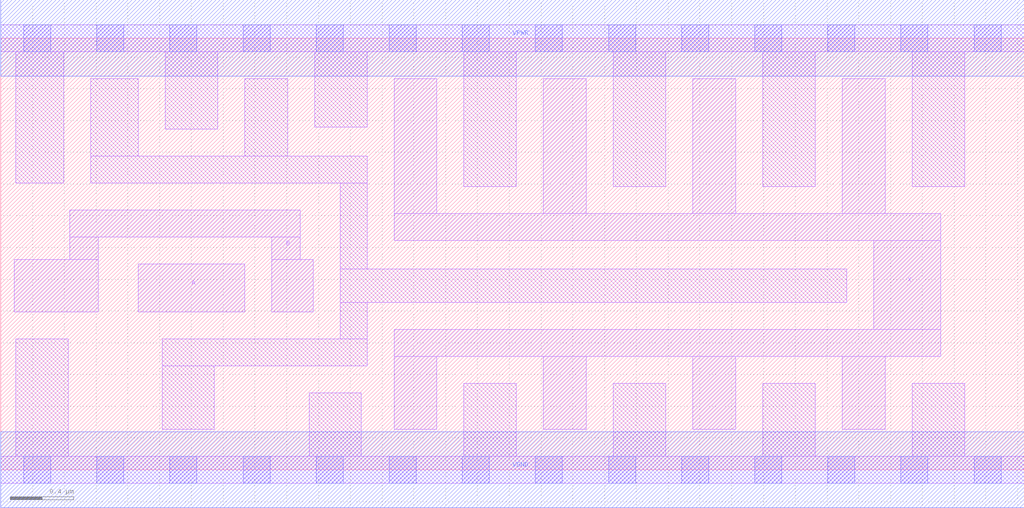
<source format=lef>
# Copyright 2020 The SkyWater PDK Authors
#
# Licensed under the Apache License, Version 2.0 (the "License");
# you may not use this file except in compliance with the License.
# You may obtain a copy of the License at
#
#     https://www.apache.org/licenses/LICENSE-2.0
#
# Unless required by applicable law or agreed to in writing, software
# distributed under the License is distributed on an "AS IS" BASIS,
# WITHOUT WARRANTIES OR CONDITIONS OF ANY KIND, either express or implied.
# See the License for the specific language governing permissions and
# limitations under the License.
#
# SPDX-License-Identifier: Apache-2.0

VERSION 5.7 ;
  NAMESCASESENSITIVE ON ;
  NOWIREEXTENSIONATPIN ON ;
  DIVIDERCHAR "/" ;
  BUSBITCHARS "[]" ;
UNITS
  DATABASE MICRONS 200 ;
END UNITS
PROPERTYDEFINITIONS
  MACRO maskLayoutSubType STRING ;
  MACRO prCellType STRING ;
  MACRO originalViewName STRING ;
END PROPERTYDEFINITIONS
MACRO sky130_fd_sc_hdll__and2_8
  CLASS CORE ;
  FOREIGN sky130_fd_sc_hdll__and2_8 ;
  ORIGIN  0.000000  0.000000 ;
  SIZE  6.440000 BY  2.720000 ;
  SYMMETRY X Y R90 ;
  SITE unithd ;
  PIN A
    ANTENNAGATEAREA  0.555000 ;
    DIRECTION INPUT ;
    USE SIGNAL ;
    PORT
      LAYER li1 ;
        RECT 0.865000 0.995000 1.535000 1.295000 ;
    END
  END A
  PIN B
    ANTENNAGATEAREA  0.555000 ;
    DIRECTION INPUT ;
    USE SIGNAL ;
    PORT
      LAYER li1 ;
        RECT 0.085000 0.995000 0.615000 1.325000 ;
        RECT 0.435000 1.325000 0.615000 1.465000 ;
        RECT 0.435000 1.465000 1.885000 1.635000 ;
        RECT 1.705000 0.995000 1.965000 1.325000 ;
        RECT 1.705000 1.325000 1.885000 1.465000 ;
    END
  END B
  PIN VGND
    ANTENNADIFFAREA  1.456000 ;
    DIRECTION INOUT ;
    USE SIGNAL ;
    PORT
      LAYER met1 ;
        RECT 0.000000 -0.240000 6.440000 0.240000 ;
    END
  END VGND
  PIN VPWR
    ANTENNADIFFAREA  2.010000 ;
    DIRECTION INOUT ;
    USE SIGNAL ;
    PORT
      LAYER met1 ;
        RECT 0.000000 2.480000 6.440000 2.960000 ;
    END
  END VPWR
  PIN X
    ANTENNADIFFAREA  1.862000 ;
    DIRECTION OUTPUT ;
    USE SIGNAL ;
    PORT
      LAYER li1 ;
        RECT 2.475000 0.255000 2.745000 0.715000 ;
        RECT 2.475000 0.715000 5.915000 0.885000 ;
        RECT 2.475000 1.445000 5.915000 1.615000 ;
        RECT 2.475000 1.615000 2.745000 2.465000 ;
        RECT 3.415000 0.255000 3.685000 0.715000 ;
        RECT 3.415000 1.615000 3.685000 2.465000 ;
        RECT 4.355000 0.255000 4.625000 0.715000 ;
        RECT 4.355000 1.615000 4.625000 2.465000 ;
        RECT 5.295000 0.255000 5.565000 0.715000 ;
        RECT 5.295000 1.615000 5.565000 2.465000 ;
        RECT 5.495000 0.885000 5.915000 1.445000 ;
    END
  END X
  OBS
    LAYER li1 ;
      RECT 0.000000 -0.085000 6.440000 0.085000 ;
      RECT 0.000000  2.635000 6.440000 2.805000 ;
      RECT 0.095000  0.085000 0.425000 0.825000 ;
      RECT 0.095000  1.805000 0.395000 2.635000 ;
      RECT 0.565000  1.805000 2.305000 1.975000 ;
      RECT 0.565000  1.975000 0.865000 2.465000 ;
      RECT 1.015000  0.255000 1.345000 0.655000 ;
      RECT 1.015000  0.655000 2.305000 0.825000 ;
      RECT 1.035000  2.145000 1.365000 2.635000 ;
      RECT 1.535000  1.975000 1.805000 2.465000 ;
      RECT 1.940000  0.085000 2.270000 0.485000 ;
      RECT 1.975000  2.160000 2.305000 2.635000 ;
      RECT 2.135000  0.825000 2.305000 1.055000 ;
      RECT 2.135000  1.055000 5.325000 1.265000 ;
      RECT 2.135000  1.265000 2.305000 1.805000 ;
      RECT 2.915000  0.085000 3.245000 0.545000 ;
      RECT 2.915000  1.785000 3.245000 2.635000 ;
      RECT 3.855000  0.085000 4.185000 0.545000 ;
      RECT 3.855000  1.785000 4.185000 2.635000 ;
      RECT 4.795000  0.085000 5.125000 0.545000 ;
      RECT 4.795000  1.785000 5.125000 2.635000 ;
      RECT 5.735000  0.085000 6.065000 0.545000 ;
      RECT 5.735000  1.785000 6.065000 2.635000 ;
    LAYER mcon ;
      RECT 0.145000 -0.085000 0.315000 0.085000 ;
      RECT 0.145000  2.635000 0.315000 2.805000 ;
      RECT 0.605000 -0.085000 0.775000 0.085000 ;
      RECT 0.605000  2.635000 0.775000 2.805000 ;
      RECT 1.065000 -0.085000 1.235000 0.085000 ;
      RECT 1.065000  2.635000 1.235000 2.805000 ;
      RECT 1.525000 -0.085000 1.695000 0.085000 ;
      RECT 1.525000  2.635000 1.695000 2.805000 ;
      RECT 1.985000 -0.085000 2.155000 0.085000 ;
      RECT 1.985000  2.635000 2.155000 2.805000 ;
      RECT 2.445000 -0.085000 2.615000 0.085000 ;
      RECT 2.445000  2.635000 2.615000 2.805000 ;
      RECT 2.905000 -0.085000 3.075000 0.085000 ;
      RECT 2.905000  2.635000 3.075000 2.805000 ;
      RECT 3.365000 -0.085000 3.535000 0.085000 ;
      RECT 3.365000  2.635000 3.535000 2.805000 ;
      RECT 3.825000 -0.085000 3.995000 0.085000 ;
      RECT 3.825000  2.635000 3.995000 2.805000 ;
      RECT 4.285000 -0.085000 4.455000 0.085000 ;
      RECT 4.285000  2.635000 4.455000 2.805000 ;
      RECT 4.745000 -0.085000 4.915000 0.085000 ;
      RECT 4.745000  2.635000 4.915000 2.805000 ;
      RECT 5.205000 -0.085000 5.375000 0.085000 ;
      RECT 5.205000  2.635000 5.375000 2.805000 ;
      RECT 5.665000 -0.085000 5.835000 0.085000 ;
      RECT 5.665000  2.635000 5.835000 2.805000 ;
      RECT 6.125000 -0.085000 6.295000 0.085000 ;
      RECT 6.125000  2.635000 6.295000 2.805000 ;
  END
  PROPERTY maskLayoutSubType "abstract" ;
  PROPERTY prCellType "standard" ;
  PROPERTY originalViewName "layout" ;
END sky130_fd_sc_hdll__and2_8

</source>
